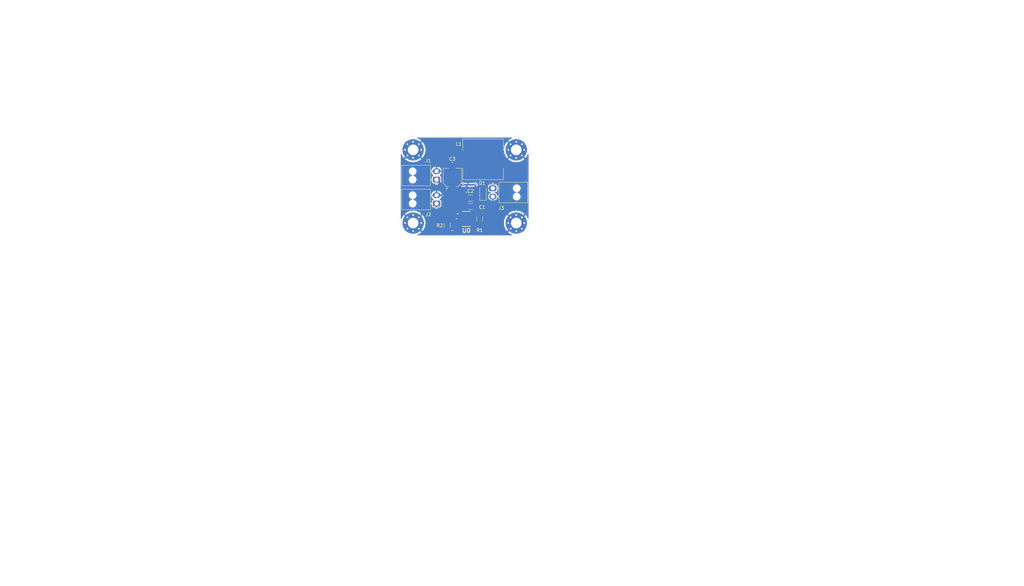
<source format=kicad_pcb>
(kicad_pcb (version 20211014) (generator pcbnew)
  (layers (0 "F.Cu" signal) (31 "B.Cu" power) (34 "B.Paste" user) (35 "F.Paste" user) (36 "B.SilkS" user "B.Silkscreen") (37 "F.SilkS" user "F.Silkscreen") (38 "B.Mask" user) (39 "F.Mask" user) (44 "Edge.Cuts" user))
  (net 0 "")
  (net 1 "+5V")
  (net 2 "GND")
  (net 3 "/VSET")
  (net 4 "/ISENSE")
  (net 5 "Net-(J3-Pad1)")
  (net 6 "Net-(U0-Pad1)")
  (footprint "Capacitor_SMD:C_1206_3216Metric_Pad1.33x1.80mm_HandSolder" (layer "F.Cu") (at 146.25 88.5 180)
    (fp_text reference "C2" (at 0 2.1) (layer "F.SilkS"))
    (fp_text value "100nF" hide)
    (fp_line (start -0.711252 0.91) (end 0.711252 0.91) (layer "F.SilkS") (width 0.12))
    (fp_line (start -0.711252 -0.91) (end 0.711252 -0.91) (layer "F.SilkS") (width 0.12))
    (pad "1" smd roundrect (at -1.5625 0 180) (size 1.325 1.8) (layers "F.Cu" "F.Paste" "F.Mask") (roundrect_rratio 0.188679) (net 1 "+5V"))
    (pad "2" smd roundrect (at 1.5625 0 180) (size 1.325 1.8) (layers "F.Cu" "F.Paste" "F.Mask") (roundrect_rratio 0.188679) (net 2 "GND"))
  )
  (footprint "Diode_SMD:D_SOD-123F" (layer "F.Cu") (at 150 87 90)
    (fp_text reference "D1" (at 3 -0.25) (layer "F.SilkS"))
    (fp_text value "D_Schottky" hide)
    (fp_line (start -2.2 -1) (end 1.65 -1) (layer "F.SilkS") (width 0.12))
    (fp_line (start -2.2 1) (end 1.65 1) (layer "F.SilkS") (width 0.12))
    (fp_line (start -2.2 -1) (end -2.2 1) (layer "F.SilkS") (width 0.12))
    (pad "1" smd rect (at -1.4 0 90) (size 1.1 1.1) (layers "F.Cu" "F.Paste" "F.Mask") (net 1 "+5V"))
    (pad "2" smd rect (at 1.4 0 90) (size 1.1 1.1) (layers "F.Cu" "F.Paste" "F.Mask") (net 5 "Net-(J3-Pad1)"))
  )
  (footprint "Capacitor_SMD:C_1206_3216Metric_Pad1.33x1.80mm_HandSolder" (layer "F.Cu") (at 146.25 91 180)
    (fp_text reference "C1" (at -3.5 -0.2) (layer "F.SilkS"))
    (fp_text value "10uF" hide)
    (fp_line (start -0.711252 0.91) (end 0.711252 0.91) (layer "F.SilkS") (width 0.12))
    (fp_line (start -0.711252 -0.91) (end 0.711252 -0.91) (layer "F.SilkS") (width 0.12))
    (pad "1" smd roundrect (at -1.5625 0 180) (size 1.325 1.8) (layers "F.Cu" "F.Paste" "F.Mask") (roundrect_rratio 0.188679) (net 1 "+5V"))
    (pad "2" smd roundrect (at 1.5625 0 180) (size 1.325 1.8) (layers "F.Cu" "F.Paste" "F.Mask") (roundrect_rratio 0.188679) (net 2 "GND"))
  )
  (footprint "Connector_Molex:Molex_Nano-Fit_105313-xx02_1x02_P2.50mm_Horizontal" (layer "F.Cu") (at 136.04 82.95 180)
    (fp_text reference "J1" (at 2.54 5.7) (layer "F.SilkS"))
    (fp_text value "POWER")
    (fp_line (start 1.36 2.65) (end 1.81 2.65) (layer "F.SilkS") (width 0.12))
    (fp_line (start 1.36 2.35) (end 1.36 2.65) (layer "F.SilkS") (width 0.12))
    (fp_line (start 1.36 0.15) (end 1.81 0.15) (layer "F.SilkS") (width 0.12))
    (fp_line (start 1.81 2.35) (end 1.36 2.35) (layer "F.SilkS") (width 0.12))
    (fp_line (start 1.81 -0.15) (end 1.36 -0.15) (layer "F.SilkS") (width 0.12))
    (fp_line (start 1.81 4.33) (end 10.49 4.33) (layer "F.SilkS") (width 0.12))
    (fp_line (start 10.49 4.33) (end 10.49 -1.83) (layer "F.SilkS") (width 0.12))
    (fp_line (start 1.36 -0.15) (end 1.36 0.15) (layer "F.SilkS") (width 0.12))
    (fp_line (start 0.3 -1.534264) (end -0.3 -1.534264) (layer "F.SilkS") (width 0.12))
    (fp_line (start 1.81 2.65) (end 1.81 2.35) (layer "F.SilkS") (width 0.12))
    (fp_line (start 0 -1.11) (end 0.3 -1.534264) (layer "F.SilkS") (width 0.12))
    (fp_line (start 1.81 0.15) (end 1.81 -0.15) (layer "F.SilkS") (width 0.12))
    (fp_line (start -0.3 -1.534264) (end 0 -1.11) (layer "F.SilkS") (width 0.12))
    (fp_line (start 1.81 -1.83) (end 1.81 4.33) (layer "F.SilkS") (width 0.12))
    (fp_line (start 10.49 -1.83) (end 1.81 -1.83) (layer "F.SilkS") (width 0.12))
    (pad "" np_thru_hole circle (at 7.18 2.5 180) (size 1.7 1.7) (drill 1.7) (layers *.Cu *.Mask))
    (pad "" np_thru_hole circle (at 7.18 0 180) (size 1.7 1.7) (drill 1.7) (layers *.Cu *.Mask))
    (pad "1" thru_hole roundrect (at 0 0 180) (size 2.2 1.7) (drill 1.2) (layers *.Cu *.Mask) (roundrect_rratio 0.147059) (net 1 "+5V"))
    (pad "2" thru_hole oval (at 0 2.5 180) (size 2.2 1.7) (drill 1.2) (layers *.Cu *.Mask) (net 2 "GND"))
  )
  (footprint "MountingHole:MountingHole_3.2mm_M3_Pad_Via" (layer "F.Cu") (at 129 96)
    (fp_text reference "H2" hide)
    (fp_text value "M3" hide)
    (pad "1" thru_hole circle (at 0 2.4) (size 0.8 0.8) (drill 0.5) (layers *.Cu *.Mask) (net 2 "GND"))
    (pad "1" thru_hole circle (at -2.4 0) (size 0.8 0.8) (drill 0.5) (layers *.Cu *.Mask) (net 2 "GND"))
    (pad "1" thru_hole circle (at 0 0) (size 6.4 6.4) (drill 3.2) (layers *.Cu *.Mask) (net 2 "GND"))
    (pad "1" thru_hole circle (at -1.697056 1.697056) (size 0.8 0.8) (drill 0.5) (layers *.Cu *.Mask) (net 2 "GND"))
    (pad "1" thru_hole circle (at 1.697056 1.697056) (size 0.8 0.8) (drill 0.5) (layers *.Cu *.Mask) (net 2 "GND"))
    (pad "1" thru_hole circle (at -1.697056 -1.697056) (size 0.8 0.8) (drill 0.5) (layers *.Cu *.Mask) (net 2 "GND"))
    (pad "1" thru_hole circle (at 2.4 0) (size 0.8 0.8) (drill 0.5) (layers *.Cu *.Mask) (net 2 "GND"))
    (pad "1" thru_hole circle (at 1.697056 -1.697056) (size 0.8 0.8) (drill 0.5) (layers *.Cu *.Mask) (net 2 "GND"))
    (pad "1" thru_hole circle (at 0 -2.4) (size 0.8 0.8) (drill 0.5) (layers *.Cu *.Mask) (net 2 "GND"))
  )
  (footprint "Resistor_SMD:R_1206_3216Metric_Pad1.30x1.75mm_HandSolder" (layer "F.Cu") (at 149 94.75 -90)
    (fp_text reference "R1" (at 3.4 0 180) (layer "F.SilkS"))
    (fp_text value "1.4R" hide)
    (fp_line (start -0.727064 -0.91) (end 0.727064 -0.91) (layer "F.SilkS") (width 0.12))
    (fp_line (start -0.727064 0.91) (end 0.727064 0.91) (layer "F.SilkS") (width 0.12))
    (pad "1" smd roundrect (at -1.55 0 270) (size 1.3 1.75) (layers "F.Cu" "F.Paste" "F.Mask") (roundrect_rratio 0.192308) (net 1 "+5V"))
    (pad "2" smd roundrect (at 1.55 0 270) (size 1.3 1.75) (layers "F.Cu" "F.Paste" "F.Mask") (roundrect_rratio 0.192308) (net 4 "/ISENSE"))
  )
  (footprint "Custom:4800S" (layer "F.Cu") (at 143.95 70.745 180)
    (fp_text reference "L1" (at 1.2 -1.505 unlocked) (layer "F.SilkS"))
    (fp_text value "33uH" hide)
    (fp_line (start -12.2 -12.2) (end 0 -12.2) (layer "F.SilkS") (width 0.12))
    (fp_line (start -12.2 0) (end -12.2 -3.5) (layer "F.SilkS") (width 0.12))
    (fp_line (start 0 -12.2) (end 0 -8.7) (layer "F.SilkS") (width 0.12))
    (fp_line (start 0 0) (end 0 -3.5) (layer "F.SilkS") (width 0.12))
    (fp_line (start -12.2 -12.2) (end -12.2 -8.7) (layer "F.SilkS") (width 0.12))
    (fp_line (start 0 0) (end -12.2 0) (layer "F.SilkS") (width 0.12))
    (pad "1" smd roundrect (at -1.15 -6.1 180) (size 2.9 5) (layers "F.Cu" "F.Paste" "F.Mask") (net 6 "Net-(U0-Pad1)"))
    (pad "2" smd roundrect (at -10.95 -6.1 180) (size 2.9 5) (layers "F.Cu" "F.Paste" "F.Mask") (net 5 "Net-(J3-Pad1)"))
  )
  (footprint "SamacSys_Parts:SOT89-5" (layer "F.Cu") (at 145 94.75 -90)
    (fp_text reference "U0" (at 3.5 0) (layer "F.SilkS") (effects (font (size 1.27 1.27) (thickness 0.254))))
    (fp_text value "AL8861Y-13" hide)
    (fp_line (start 2.25 -1.25) (end 2.25 1.25) (layer "F.SilkS") (width 0.2))
    (fp_line (start -2.25 1.25) (end -2.25 -1.25) (layer "F.SilkS") (width 0.2))
    (fp_circle (center -1.532 2.628) (end -1.532 2.645) (layer "F.SilkS") (width 0.2) (fill none))
    (pad "1" smd rect (at -1.5 1.65 270) (size 0.68 1.2) (layers "F.Cu" "F.Paste" "F.Mask") (net 6 "Net-(U0-Pad1)"))
    (pad "2" smd rect (at 0 1.65 270) (size 0.68 1.2) (layers "F.Cu" "F.Paste" "F.Mask") (net 2 "GND"))
    (pad "2" smd rect (at 0 -0.475 270) (size 1.93 3.05) (layers "F.Cu" "F.Paste" "F.Mask") (net 2 "GND"))
    (pad "3" smd rect (at 1.5 1.65 270) (size 0.68 1.2) (layers "F.Cu" "F.Paste" "F.Mask") (net 3 "/VSET"))
    (pad "4" smd rect (at 1.5 -1.65 270) (size 0.68 1.2) (layers "F.Cu" "F.Paste" "F.Mask") (net 4 "/ISENSE"))
    (pad "5" smd rect (at -1.5 -1.65 270) (size 0.68 1.2) (layers "F.Cu" "F.Paste" "F.Mask") (net 1 "+5V"))
  )
  (footprint "MountingHole:MountingHole_3.2mm_M3_Pad_Via" (layer "F.Cu") (at 160 96)
    (fp_text reference "H3" hide)
    (fp_text value "M3" hide)
    (pad "1" thru_hole circle (at -2.4 0) (size 0.8 0.8) (drill 0.5) (layers *.Cu *.Mask) (net 2 "GND"))
    (pad "1" thru_hole circle (at 0 0) (size 6.4 6.4) (drill 3.2) (layers *.Cu *.Mask) (net 2 "GND"))
    (pad "1" thru_hole circle (at -1.697056 -1.697056) (size 0.8 0.8) (drill 0.5) (layers *.Cu *.Mask) (net 2 "GND"))
    (pad "1" thru_hole circle (at 0 2.4) (size 0.8 0.8) (drill 0.5) (layers *.Cu *.Mask) (net 2 "GND"))
    (pad "1" thru_hole circle (at 2.4 0) (size 0.8 0.8) (drill 0.5) (layers *.Cu *.Mask) (net 2 "GND"))
    (pad "1" thru_hole circle (at -1.697056 1.697056) (size 0.8 0.8) (drill 0.5) (layers *.Cu *.Mask) (net 2 "GND"))
    (pad "1" thru_hole circle (at 1.697056 1.697056) (size 0.8 0.8) (drill 0.5) (layers *.Cu *.Mask) (net 2 "GND"))
    (pad "1" thru_hole circle (at 0 -2.4) (size 0.8 0.8) (drill 0.5) (layers *.Cu *.Mask) (net 2 "GND"))
    (pad "1" thru_hole circle (at 1.697056 -1.697056) (size 0.8 0.8) (drill 0.5) (layers *.Cu *.Mask) (net 2 "GND"))
  )
  (footprint "Connector_Molex:Molex_Nano-Fit_105313-xx02_1x02_P2.50mm_Horizontal" (layer "F.Cu") (at 152.96 85.55)
    (fp_text reference "J3" (at 2.54 5.95) (layer "F.SilkS"))
    (fp_text value "LASER")
    (fp_line (start 1.81 4.33) (end 10.49 4.33) (layer "F.SilkS") (width 0.12))
    (fp_line (start 1.81 2.65) (end 1.81 2.35) (layer "F.SilkS") (width 0.12))
    (fp_line (start 1.36 -0.15) (end 1.36 0.15) (layer "F.SilkS") (width 0.12))
    (fp_line (start 1.81 -1.83) (end 1.81 4.33) (layer "F.SilkS") (width 0.12))
    (fp_line (start 1.81 2.35) (end 1.36 2.35) (layer "F.SilkS") (width 0.12))
    (fp_line (start 0 -1.11) (end 0.3 -1.534264) (layer "F.SilkS") (width 0.12))
    (fp_line (start 10.49 -1.83) (end 1.81 -1.83) (layer "F.SilkS") (width 0.12))
    (fp_line (start -0.3 -1.534264) (end 0 -1.11) (layer "F.SilkS") (width 0.12))
    (fp_line (start 1.81 -0.15) (end 1.36 -0.15) (layer "F.SilkS") (width 0.12))
    (fp_line (start 1.36 2.65) (end 1.81 2.65) (layer "F.SilkS") (width 0.12))
    (fp_line (start 1.81 0.15) (end 1.81 -0.15) (layer "F.SilkS") (width 0.12))
    (fp_line (start 0.3 -1.534264) (end -0.3 -1.534264) (layer "F.SilkS") (width 0.12))
    (fp_line (start 1.36 0.15) (end 1.81 0.15) (layer "F.SilkS") (width 0.12))
    (fp_line (start 1.36 2.35) (end 1.36 2.65) (layer "F.SilkS") (width 0.12))
    (fp_line (start 10.49 4.33) (end 10.49 -1.83) (layer "F.SilkS") (width 0.12))
    (pad "" np_thru_hole circle (at 7.18 0) (size 1.7 1.7) (drill 1.7) (layers *.Cu *.Mask))
    (pad "" np_thru_hole circle (at 7.18 2.5) (size 1.7 1.7) (drill 1.7) (layers *.Cu *.Mask))
    (pad "1" thru_hole roundrect (at 0 0) (size 2.2 1.7) (drill 1.2) (layers *.Cu *.Mask) (roundrect_rratio 0.147059) (net 5 "Net-(J3-Pad1)"))
    (pad "2" thru_hole oval (at 0 2.5) (size 2.2 1.7) (drill 1.2) (layers *.Cu *.Mask) (net 4 "/ISENSE"))
  )
  (footprint "Capacitor_SMD:CP_Elec_5x5.3" (layer "F.Cu") (at 140.8 82.3 90)
    (fp_text reference "C3" (at 5.55 -0.05) (layer "F.SilkS"))
    (fp_text value "100uF" hide)
    (fp_line (start -2.76 1.695563) (end -1.695563 2.76) (layer "F.SilkS") (width 0.12))
    (fp_line (start -1.695563 -2.76) (end 2.76 -2.76) (layer "F.SilkS") (width 0.12))
    (fp_line (start -2.76 -1.695563) (end -1.695563 -2.76) (layer "F.SilkS") (width 0.12))
    (fp_line (start -3.3125 -1.9975) (end -3.3125 -1.3725) (layer "F.SilkS") (width 0.12))
    (fp_line (start 2.76 -2.76) (end 2.76 -1.06) (layer "F.SilkS") (width 0.12))
    (fp_line (start -2.76 1.695563) (end -2.76 1.06) (layer "F.SilkS") (width 0.12))
    (fp_line (start 2.76 2.76) (end 2.76 1.06) (layer "F.SilkS") (width 0.12))
    (fp_line (start -3.625 -1.685) (end -3 -1.685) (layer "F.SilkS") (width 0.12))
    (fp_line (start -2.76 -1.695563) (end -2.76 -1.06) (layer "F.SilkS") (width 0.12))
    (fp_line (start -1.695563 2.76) (end 2.76 2.76) (layer "F.SilkS") (width 0.12))
    (pad "1" smd roundrect (at -2.2 0 90) (size 3 1.6) (layers "F.Cu" "F.Paste" "F.Mask") (roundrect_rratio 0.15625) (net 1 "+5V"))
    (pad "2" smd roundrect (at 2.2 0 90) (size 3 1.6) (layers "F.Cu" "F.Paste" "F.Mask") (roundrect_rratio 0.15625) (net 2 "GND"))
  )
  (footprint "Resistor_SMD:R_1206_3216Metric_Pad1.30x1.75mm_HandSolder" (layer "F.Cu") (at 139.25 96.7 -90)
    (fp_text reference "R2" (at 0.05 2.25) (layer "F.SilkS"))
    (fp_text value "10K" hide)
    (fp_line (start -0.727064 0.91) (end 0.727064 0.91) (layer "F.SilkS") (width 0.12))
    (fp_line (start -0.727064 -0.91) (end 0.727064 -0.91) (layer "F.SilkS") (width 0.12))
    (pad "1" smd roundrect (at -1.55 0 270) (size 1.3 1.75) (layers "F.Cu" "F.Paste" "F.Mask") (roundrect_rratio 0.192308) (net 3 "/VSET"))
    (pad "2" smd roundrect (at 1.55 0 270) (size 1.3 1.75) (layers "F.Cu" "F.Paste" "F.Mask") (roundrect_rratio 0.192308) (net 2 "GND"))
  )
  (footprint "MountingHole:MountingHole_3.2mm_M3_Pad_Via" (layer "F.Cu") (at 160 74)
    (fp_text reference "H4" hide)
    (fp_text value "M3" hide)
    (pad "1" thru_hole circle (at -2.4 0) (size 0.8 0.8) (drill 0.5) (layers *.Cu *.Mask) (net 2 "GND"))
    (pad "1" thru_hole circle (at 1.697056 1.697056) (size 0.8 0.8) (drill 0.5) (layers *.Cu *.Mask) (net 2 "GND"))
    (pad "1" thru_hole circle (at -1.697056 1.697056) (size 0.8 0.8) (drill 0.5) (layers *.Cu *.Mask) (net 2 "GND"))
    (pad "1" thru_hole circle (at 2.4 0) (size 0.8 0.8) (drill 0.5) (layers *.Cu *.Mask) (net 2 "GND"))
    (pad "1" thru_hole circle (at 0 0) (size 6.4 6.4) (drill 3.2) (layers *.Cu *.Mask) (net 2 "GND"))
    (pad "1" thru_hole circle (at 0 2.4) (size 0.8 0.8) (drill 0.5) (layers *.Cu *.Mask) (net 2 "GND"))
    (pad "1" thru_hole circle (at 1.697056 -1.697056) (size 0.8 0.8) (drill 0.5) (layers *.Cu *.Mask) (net 2 "GND"))
    (pad "1" thru_hole circle (at -1.697056 -1.697056) (size 0.8 0.8) (drill 0.5) (layers *.Cu *.Mask) (net 2 "GND"))
    (pad "1" thru_hole circle (at 0 -2.4) (size 0.8 0.8) (drill 0.5) (layers *.Cu *.Mask) (net 2 "GND"))
  )
  (footprint "MountingHole:MountingHole_3.2mm_M3_Pad_Via" (layer "F.Cu") (at 129 74)
    (fp_text reference "H1" hide)
    (fp_text value "M3" hide)
    (pad "1" thru_hole circle (at -2.4 0) (size 0.8 0.8) (drill 0.5) (layers *.Cu *.Mask) (net 2 "GND"))
    (pad "1" thru_hole circle (at -1.697056 1.697056) (size 0.8 0.8) (drill 0.5) (layers *.Cu *.Mask) (net 2 "GND"))
    (pad "1" thru_hole circle (at 0 2.4) (size 0.8 0.8) (drill 0.5) (layers *.Cu *.Mask) (net 2 "GND"))
    (pad "1" thru_hole circle (at 0 -2.4) (size 0.8 0.8) (drill 0.5) (layers *.Cu *.Mask) (net 2 "GND"))
    (pad "1" thru_hole circle (at -1.697056 -1.697056) (size 0.8 0.8) (drill 0.5) (layers *.Cu *.Mask) (net 2 "GND"))
    (pad "1" thru_hole circle (at 0 0) (size 6.4 6.4) (drill 3.2) (layers *.Cu *.Mask) (net 2 "GND"))
    (pad "1" thru_hole circle (at 1.697056 -1.697056) (size 0.8 0.8) (drill 0.5) (layers *.Cu *.Mask) (net 2 "GND"))
    (pad "1" thru_hole circle (at 2.4 0) (size 0.8 0.8) (drill 0.5) (layers *.Cu *.Mask) (net 2 "GND"))
    (pad "1" thru_hole circle (at 1.697056 1.697056) (size 0.8 0.8) (drill 0.5) (layers *.Cu *.Mask) (net 2 "GND"))
  )
  (footprint "Connector_Molex:Molex_Nano-Fit_105313-xx02_1x02_P2.50mm_Horizontal" (layer "F.Cu") (at 136.04 90.15 180)
    (fp_text reference "J2" (at 2.5 -3.3) (layer "F.SilkS"))
    (fp_text value "VSET")
    (fp_line (start 1.81 2.65) (end 1.81 2.35) (layer "F.SilkS") (width 0.12))
    (fp_line (start 1.81 2.35) (end 1.36 2.35) (layer "F.SilkS") (width 0.12))
    (fp_line (start -0.3 -1.534264) (end 0 -1.11) (layer "F.SilkS") (width 0.12))
    (fp_line (start 1.36 2.65) (end 1.81 2.65) (layer "F.SilkS") (width 0.12))
    (fp_line (start 1.36 2.35) (end 1.36 2.65) (layer "F.SilkS") (width 0.12))
    (fp_line (start 1.36 -0.15) (end 1.36 0.15) (layer "F.SilkS") (width 0.12))
    (fp_line (start 0.3 -1.534264) (end -0.3 -1.534264) (layer "F.SilkS") (width 0.12))
    (fp_line (start 1.36 0.15) (end 1.81 0.15) (layer "F.SilkS") (width 0.12))
    (fp_line (start 1.81 -0.15) (end 1.36 -0.15) (layer "F.SilkS") (width 0.12))
    (fp_line (start 0 -1.11) (end 0.3 -1.534264) (layer "F.SilkS") (width 0.12))
    (fp_line (start 1.81 -1.83) (end 1.81 4.33) (layer "F.SilkS") (width 0.12))
    (fp_line (start 10.49 4.33) (end 10.49 -1.83) (layer "F.SilkS") (width 0.12))
    (fp_line (start 1.81 0.15) (end 1.81 -0.15) (layer "F.SilkS") (width 0.12))
    (fp_line (start 1.81 4.33) (end 10.49 4.33) (layer "F.SilkS") (width 0.12))
    (fp_line (start 10.49 -1.83) (end 1.81 -1.83) (layer "F.SilkS") (width 0.12))
    (pad "" np_thru_hole circle (at 7.18 2.5 180) (size 1.7 1.7) (drill 1.7) (layers *.Cu *.Mask))
    (pad "" np_thru_hole circle (at 7.18 0 180) (size 1.7 1.7) (drill 1.7) (layers *.Cu *.Mask))
    (pad "1" thru_hole roundrect (at 0 0 180) (size 2.2 1.7) (drill 1.2) (layers *.Cu *.Mask) (roundrect_rratio 0.147059) (net 3 "/VSET"))
    (pad "2" thru_hole oval (at 0 2.5 180) (size 2.2 1.7) (drill 1.2) (layers *.Cu *.Mask) (net 2 "GND"))
  )
  (gr_line (start 125 74) (end 125 96) (layer "Edge.Cuts") (width 0.05))
  (gr_arc (start 164 96) (mid 162.828427 98.828427) (end 160 100) (layer "Edge.Cuts") (width 0.05))
  (gr_line (start 160 70) (end 129 70) (layer "Edge.Cuts") (width 0.05))
  (gr_arc (start 125 74) (mid 126.171573 71.171573) (end 129 70) (layer "Edge.Cuts") (width 0.05))
  (gr_arc (start 160 70) (mid 162.828427 71.171573) (end 164 74) (layer "Edge.Cuts") (width 0.05))
  (gr_line (start 164 96) (end 164 74) (layer "Edge.Cuts") (width 0.05))
  (gr_line (start 129 100) (end 160 100) (layer "Edge.Cuts") (width 0.05))
  (gr_arc (start 129 100) (mid 126.171573 98.828427) (end 125 96) (layer "Edge.Cuts") (width 0.05))
  (segment (start 147.75 84.5) (end 147.75 90.9375) (width 0.5) (layer "F.Cu") (net 1))
  (segment (start 147.75 90.9375) (end 147.8125 91) (width 0.5) (layer "F.Cu") (net 1))
  (segment (start 147.8125 91) (end 147.8125 92.0875) (width 0.5) (layer "F.Cu") (net 1))
  (segment (start 140.8 84.5) (end 137.59 84.5) (width 0.5) (layer "F.Cu") (net 1))
  (segment (start 148.0625 88.5) (end 150.0875 88.5) (width 0.5) (layer "F.Cu") (net 1))
  (segment (start 147.8125 92.0875) (end 146.65 93.25) (width 0.5) (layer "F.Cu") (net 1))
  (segment (start 149 93.2) (end 146.7 93.2) (width 0.5) (layer "F.Cu") (net 1))
  (segment (start 137.59 84.5) (end 136.04 82.95) (width 0.5) (layer "F.Cu") (net 1))
  (segment (start 144 84.5) (end 140.8 84.5) (width 0.5) (layer "F.Cu") (net 1))
  (segment (start 146.7 93.2) (end 146.65 93.25) (width 0.5) (layer "F.Cu") (net 1))
  (via (at 144 84.5) (size 0.7) (drill 0.3) (layers "F.Cu" "B.Cu") (net 1))
  (via (at 147.75 84.5) (size 0.7) (drill 0.3) (layers "F.Cu" "B.Cu") (net 1))
  (segment (start 147.75 84.5) (end 144 84.5) (width 0.5) (layer "B.Cu") (net 1))
  (segment (start 136.04 80.45) (end 140.45 80.45) (width 0.5) (layer "F.Cu") (net 2))
  (segment (start 140.8 80.1) (end 140.8 77.8) (width 0.5) (layer "F.Cu") (net 2))
  (segment (start 139.25 98.25) (end 140.75 98.25) (width 0.5) (layer "F.Cu") (net 2))
  (segment (start 145 94.225) (end 145.475 94.7) (width 0.5) (layer "F.Cu") (net 2))
  (segment (start 144.9375 86.75) (end 144.9375 94.225) (width 0.5) (layer "F.Cu") (net 2))
  (segment (start 140.45 80.45) (end 140.8 80.1) (width 0.5) (layer "F.Cu") (net 2))
  (segment (start 143.35 94.7) (end 142.05 94.7) (width 0.5) (layer "F.Cu") (net 2))
  (segment (start 140.8 77.8) (end 140.75 77.75) (width 0.5) (layer "F.Cu") (net 2))
  (segment (start 137.9 87.65) (end 138 87.75) (width 0.5) (layer "F.Cu") (net 2))
  (segment (start 136.04 87.65) (end 137.9 87.65) (width 0.5) (layer "F.Cu") (net 2))
  (via (at 140.75 77.75) (size 0.7) (drill 0.3) (layers "F.Cu" "B.Cu") (net 2))
  (via (at 138 87.75) (size 0.7) (drill 0.3) (layers "F.Cu" "B.Cu") (net 2))
  (via (at 142.05 94.7) (size 0.7) (drill 0.3) (layers "F.Cu" "B.Cu") (net 2))
  (via (at 140.75 98.25) (size 0.7) (drill 0.3) (layers "F.Cu" "B.Cu") (net 2))
  (via (at 145 86.75) (size 0.7) (drill 0.3) (layers "F.Cu" "B.Cu") (net 2))
  (segment (start 139.25 94.75) (end 139.25 95.15) (width 0.3) (layer "F.Cu") (net 3))
  (segment (start 136.04 91.54) (end 139.25 94.75) (width 0.3) (layer "F.Cu") (net 3))
  (segment (start 136.04 90.15) (end 136.04 91.54) (width 0.3) (layer "F.Cu") (net 3))
  (segment (start 140.3 96.2) (end 143.35 96.2) (width 0.3) (layer "F.Cu") (net 3))
  (segment (start 139.25 95.15) (end 140.3 96.2) (width 0.3) (layer "F.Cu") (net 3))
  (segment (start 152.96 94.09) (end 152.96 88.05) (width 0.3) (layer "F.Cu") (net 4))
  (segment (start 146.65 96.2) (end 150.85 96.2) (width 0.3) (layer "F.Cu") (net 4))
  (segment (start 150.85 96.2) (end 152.96 94.09) (width 0.3) (layer "F.Cu") (net 4))
  (segment (start 150.25 85.6) (end 152.91 85.6) (width 0.3) (layer "F.Cu") (net 5))
  (segment (start 154.9 76.845) (end 154.9 80.35) (width 0.3) (layer "F.Cu") (net 5))
  (segment (start 152.91 85.6) (end 152.96 85.55) (width 0.3) (layer "F.Cu") (net 5))
  (segment (start 152.96 82.29) (end 152.96 85.55) (width 0.3) (layer "F.Cu") (net 5))
  (segment (start 154.9 80.35) (end 152.96 82.29) (width 0.3) (layer "F.Cu") (net 5))
  (segment (start 140.75 91.75) (end 140.75 89.25) (width 0.3) (layer "F.Cu") (net 6))
  (segment (start 145.5 77.245) (end 145.1 76.845) (width 0.3) (layer "F.Cu") (net 6))
  (segment (start 145.5 84.5) (end 145.5 77.245) (width 0.3) (layer "F.Cu") (net 6))
  (segment (start 140.75 89.25) (end 145.5 84.5) (width 0.3) (layer "F.Cu") (net 6))
  (segment (start 142.25 93.25) (end 143.35 93.25) (width 0.3) (layer "F.Cu") (net 6))
  (segment (start 140.75 91.75) (end 142.25 93.25) (width 0.3) (layer "F.Cu") (net 6))
  (zone (net 2) (net_name "GND") (layer "B.Cu") (connect_pads (clearance 0.3)) (min_thickness 0.25) (fill yes (thermal_gap 0.5) (thermal_bridge_width 0.5))
    (polygon (pts (xy 164 100) (xy 125 100) (xy 125 70) (xy 164 70)))
  )
)
</source>
